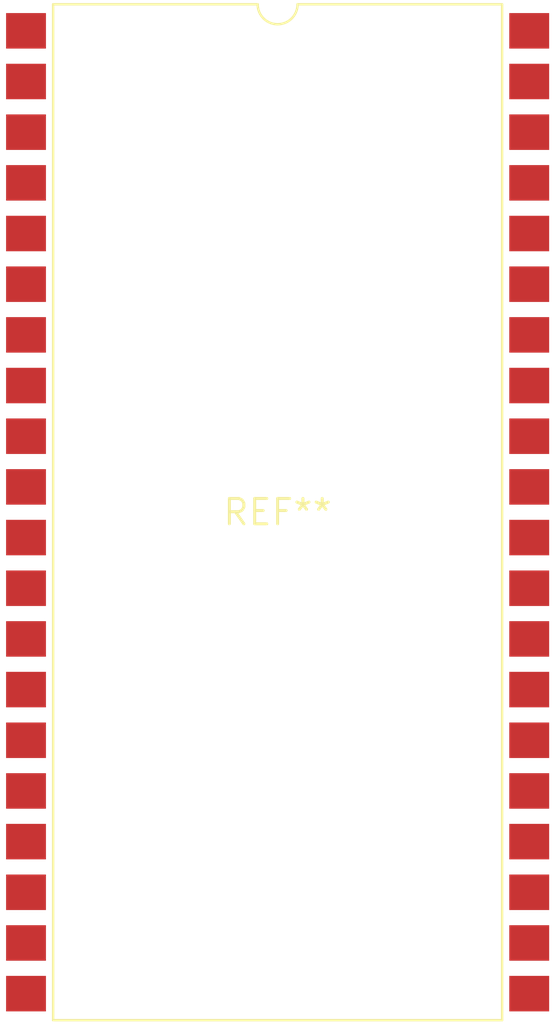
<source format=kicad_pcb>
(kicad_pcb (version 20240108) (generator pcbnew)
  (layers (0 "F.Cu" signal) (31 "B.Cu" signal) (34 "B.Paste" user) (35 "F.Paste" user) (36 "B.SilkS" user "B.Silkscreen") (37 "F.SilkS" user "F.Silkscreen") (38 "B.Mask" user) (39 "F.Mask" user) (44 "Edge.Cuts" user))
  (net 0 "")
  (footprint "SMDIP-40_W25.24mm" (layer "F.Cu") (at 0 0)
    (property "Reference" "REF**")
    (property "Value" "SMDIP-40_W25.24mm")
    (fp_line (start -11.26 -25.46) (end -11.26 25.46) (layer "F.SilkS") (stroke (width 0.12)))
    (fp_line (start -11.26 25.46) (end 11.26 25.46) (layer "F.SilkS") (stroke (width 0.12)))
    (fp_line (start -1 -25.46) (end -11.26 -25.46) (layer "F.SilkS") (stroke (width 0.12)))
    (fp_line (start 11.26 -25.46) (end 1 -25.46) (layer "F.SilkS") (stroke (width 0.12)))
    (fp_line (start 11.26 25.46) (end 11.26 -25.46) (layer "F.SilkS") (stroke (width 0.12)))
    (fp_arc (start 1 -25.46) (mid 0 -24.46) (end -1 -25.46) (layer "F.SilkS") (stroke (width 0.12)))
    (pad "1" smd rect (at -12.62 -24.13) (size 2 1.78) (layers "F.Cu" "F.Paste" "F.Mask"))
    (pad "2" smd rect (at -12.62 -21.59) (size 2 1.78) (layers "F.Cu" "F.Paste" "F.Mask"))
    (pad "3" smd rect (at -12.62 -19.05) (size 2 1.78) (layers "F.Cu" "F.Paste" "F.Mask"))
    (pad "4" smd rect (at -12.62 -16.51) (size 2 1.78) (layers "F.Cu" "F.Paste" "F.Mask"))
    (pad "5" smd rect (at -12.62 -13.97) (size 2 1.78) (layers "F.Cu" "F.Paste" "F.Mask"))
    (pad "6" smd rect (at -12.62 -11.43) (size 2 1.78) (layers "F.Cu" "F.Paste" "F.Mask"))
    (pad "7" smd rect (at -12.62 -8.89) (size 2 1.78) (layers "F.Cu" "F.Paste" "F.Mask"))
    (pad "8" smd rect (at -12.62 -6.35) (size 2 1.78) (layers "F.Cu" "F.Paste" "F.Mask"))
    (pad "9" smd rect (at -12.62 -3.81) (size 2 1.78) (layers "F.Cu" "F.Paste" "F.Mask"))
    (pad "10" smd rect (at -12.62 -1.27) (size 2 1.78) (layers "F.Cu" "F.Paste" "F.Mask"))
    (pad "11" smd rect (at -12.62 1.27) (size 2 1.78) (layers "F.Cu" "F.Paste" "F.Mask"))
    (pad "12" smd rect (at -12.62 3.81) (size 2 1.78) (layers "F.Cu" "F.Paste" "F.Mask"))
    (pad "13" smd rect (at -12.62 6.35) (size 2 1.78) (layers "F.Cu" "F.Paste" "F.Mask"))
    (pad "14" smd rect (at -12.62 8.89) (size 2 1.78) (layers "F.Cu" "F.Paste" "F.Mask"))
    (pad "15" smd rect (at -12.62 11.43) (size 2 1.78) (layers "F.Cu" "F.Paste" "F.Mask"))
    (pad "16" smd rect (at -12.62 13.97) (size 2 1.78) (layers "F.Cu" "F.Paste" "F.Mask"))
    (pad "17" smd rect (at -12.62 16.51) (size 2 1.78) (layers "F.Cu" "F.Paste" "F.Mask"))
    (pad "18" smd rect (at -12.62 19.05) (size 2 1.78) (layers "F.Cu" "F.Paste" "F.Mask"))
    (pad "19" smd rect (at -12.62 21.59) (size 2 1.78) (layers "F.Cu" "F.Paste" "F.Mask"))
    (pad "20" smd rect (at -12.62 24.13) (size 2 1.78) (layers "F.Cu" "F.Paste" "F.Mask"))
    (pad "21" smd rect (at 12.62 24.13) (size 2 1.78) (layers "F.Cu" "F.Paste" "F.Mask"))
    (pad "22" smd rect (at 12.62 21.59) (size 2 1.78) (layers "F.Cu" "F.Paste" "F.Mask"))
    (pad "23" smd rect (at 12.62 19.05) (size 2 1.78) (layers "F.Cu" "F.Paste" "F.Mask"))
    (pad "24" smd rect (at 12.62 16.51) (size 2 1.78) (layers "F.Cu" "F.Paste" "F.Mask"))
    (pad "25" smd rect (at 12.62 13.97) (size 2 1.78) (layers "F.Cu" "F.Paste" "F.Mask"))
    (pad "26" smd rect (at 12.62 11.43) (size 2 1.78) (layers "F.Cu" "F.Paste" "F.Mask"))
    (pad "27" smd rect (at 12.62 8.89) (size 2 1.78) (layers "F.Cu" "F.Paste" "F.Mask"))
    (pad "28" smd rect (at 12.62 6.35) (size 2 1.78) (layers "F.Cu" "F.Paste" "F.Mask"))
    (pad "29" smd rect (at 12.62 3.81) (size 2 1.78) (layers "F.Cu" "F.Paste" "F.Mask"))
    (pad "30" smd rect (at 12.62 1.27) (size 2 1.78) (layers "F.Cu" "F.Paste" "F.Mask"))
    (pad "31" smd rect (at 12.62 -1.27) (size 2 1.78) (layers "F.Cu" "F.Paste" "F.Mask"))
    (pad "32" smd rect (at 12.62 -3.81) (size 2 1.78) (layers "F.Cu" "F.Paste" "F.Mask"))
    (pad "33" smd rect (at 12.62 -6.35) (size 2 1.78) (layers "F.Cu" "F.Paste" "F.Mask"))
    (pad "34" smd rect (at 12.62 -8.89) (size 2 1.78) (layers "F.Cu" "F.Paste" "F.Mask"))
    (pad "35" smd rect (at 12.62 -11.43) (size 2 1.78) (layers "F.Cu" "F.Paste" "F.Mask"))
    (pad "36" smd rect (at 12.62 -13.97) (size 2 1.78) (layers "F.Cu" "F.Paste" "F.Mask"))
    (pad "37" smd rect (at 12.62 -16.51) (size 2 1.78) (layers "F.Cu" "F.Paste" "F.Mask"))
    (pad "38" smd rect (at 12.62 -19.05) (size 2 1.78) (layers "F.Cu" "F.Paste" "F.Mask"))
    (pad "39" smd rect (at 12.62 -21.59) (size 2 1.78) (layers "F.Cu" "F.Paste" "F.Mask"))
    (pad "40" smd rect (at 12.62 -24.13) (size 2 1.78) (layers "F.Cu" "F.Paste" "F.Mask"))
  )
)
</source>
